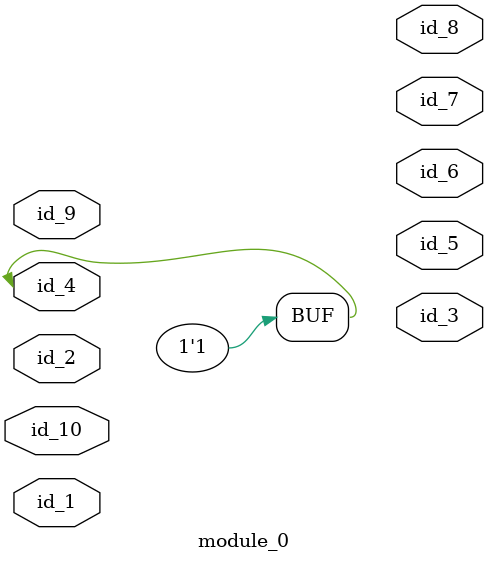
<source format=v>
module module_0 (
    id_1,
    id_2,
    id_3,
    id_4,
    id_5,
    id_6,
    id_7,
    id_8,
    id_9,
    id_10
);
  inout id_10;
  inout id_9;
  output id_8;
  output id_7;
  output id_6;
  output id_5;
  inout id_4;
  output id_3;
  input id_2;
  input id_1;
  assign id_4 = 1 ? 1 & 1 : id_9 ? id_4 : id_2;
endmodule

</source>
